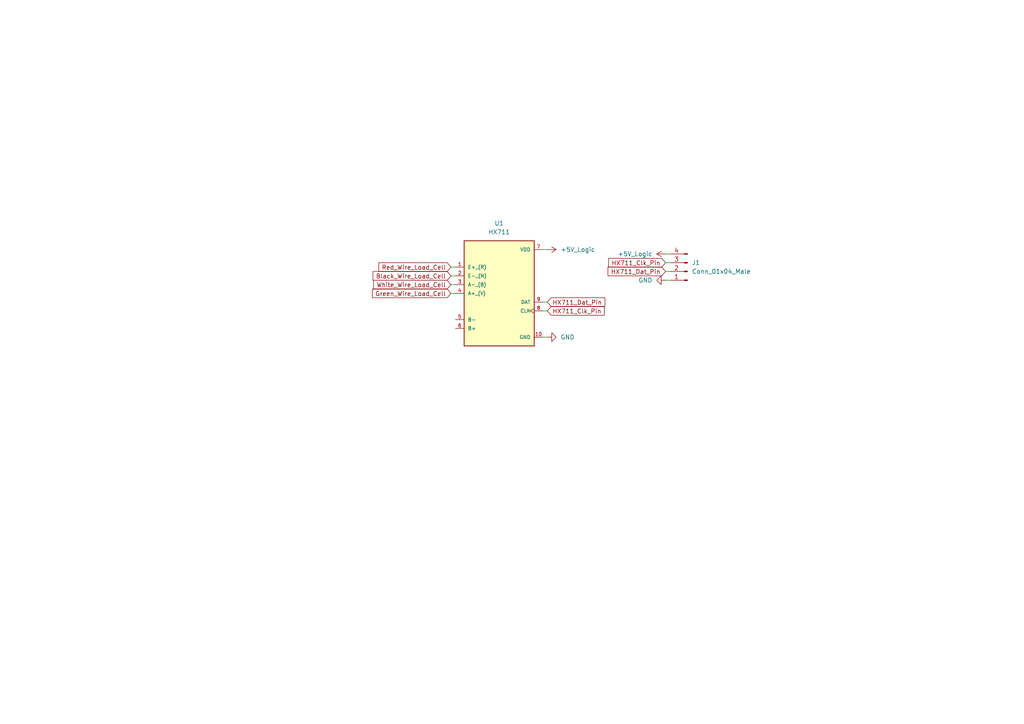
<source format=kicad_sch>
(kicad_sch (version 20231120) (generator "eeschema") (generator_version "8.0")
  (paper "A4")
  (lib_symbols
    (symbol "Connector:Conn_01x04_Male" (pin_names (offset 1.016) hide)
      (property "Reference" "J" (at 0 5.08 0))
      (property "Value" "Conn_01x04_Male" (at 0 -7.62 0))
      (symbol "Conn_01x04_Male_1_1"
        (polyline (pts (xy 1.27 -5.08) (xy 0.8636 -5.08)) (stroke (width 0.1524)))
        (polyline (pts (xy 1.27 -2.54) (xy 0.8636 -2.54)) (stroke (width 0.1524)))
        (polyline (pts (xy 1.27 0) (xy 0.8636 0)) (stroke (width 0.1524)))
        (polyline (pts (xy 1.27 2.54) (xy 0.8636 2.54)) (stroke (width 0.1524)))
        (rectangle (start 0.8636 -4.953) (end 0 -5.207) (stroke (width 0.1524)) (fill (type outline)))
        (rectangle (start 0.8636 -2.413) (end 0 -2.667) (stroke (width 0.1524)) (fill (type outline)))
        (rectangle (start 0.8636 0.127) (end 0 -0.127) (stroke (width 0.1524)) (fill (type outline)))
        (rectangle (start 0.8636 2.667) (end 0 2.413) (stroke (width 0.1524)) (fill (type outline)))
        (pin passive line (at 5.08 2.54 180) (length 3.81) (name "Pin_1") (number "1"))
        (pin passive line (at 5.08 0 180) (length 3.81) (name "Pin_2") (number "2"))
        (pin passive line (at 5.08 -2.54 180) (length 3.81) (name "Pin_3") (number "3"))
        (pin passive line (at 5.08 -5.08 180) (length 3.81) (name "Pin_4") (number "4"))
      )
    )
    (symbol "HX711_module:HX711_module" (pin_names (offset 1.016))
      (property "Reference" "U" (at -10.172 15.8938 0))
      (property "Value" "HX711-Mod" (at -10.1639 -17.7868 0))
      (symbol "HX711_module_0_0"
        (rectangle (start -10.16 15.24) (end 10.16 -15.24) (stroke (width 0.254)) (fill (type background)))
      )
      (symbol "HX711_module_1_0"
        (pin output line (at -12.7 7.62 0) (length 2.54) (name "E+_(R)") (number "1"))
        (pin power_in line (at 12.7 -12.7 180) (length 2.54) (name "GND") (number "10"))
        (pin input line (at -12.7 5.08 0) (length 2.54) (name "E-_(N)") (number "2"))
        (pin input line (at -12.7 2.54 0) (length 2.54) (name "A-_(B)") (number "3"))
        (pin input line (at -12.7 0 0) (length 2.54) (name "A+_(V)") (number "4"))
        (pin input line (at -12.7 -7.62 0) (length 2.54) (name "B-") (number "5"))
        (pin input line (at -12.7 -10.16 0) (length 2.54) (name "B+") (number "6"))
        (pin power_in line (at 12.7 12.7 180) (length 2.54) (name "VDD") (number "7"))
        (pin input clock (at 12.7 -5.08 180) (length 2.54) (name "CLK") (number "8"))
        (pin output line (at 12.7 -2.54 180) (length 2.54) (name "DAT") (number "9"))
      )
    )
    (symbol "power:+3V3" (power) (pin_names (offset 0))
      (property "Value" "+3V3" (at 0 3.556 0))
      (symbol "+3V3_0_1"
        (polyline (pts (xy -0.762 1.27) (xy 0 2.54)))
        (polyline (pts (xy 0 0) (xy 0 2.54)))
        (polyline (pts (xy 0 2.54) (xy 0.762 1.27)))
      )
      (symbol "+3V3_1_1"
        (pin power_in line (at 0 0 90) (length 0) hide (name "+3V3") (number "1"))
      )
    )
    (symbol "power:GND" (power) (pin_names (offset 0))
      (property "Value" "GND" (at 0 -3.81 0))
      (symbol "GND_0_1"
        (polyline (pts (xy 0 0) (xy 0 -1.27) (xy 1.27 -1.27) (xy 0 -2.54) (xy -1.27 -1.27) (xy 0 -1.27)))
      )
      (symbol "GND_1_1"
        (pin power_in line (at 0 0 270) (length 0) hide (name "GND") (number "1"))
      )
    )
  )
  (wire (pts (xy 157.48 97.79) (xy 158.75 97.79)))
  (wire (pts (xy 130.81 85.09) (xy 132.08 85.09)))
  (wire (pts (xy 157.48 90.17) (xy 158.75 90.17)))
  (wire (pts (xy 193.04 78.74) (xy 194.31 78.74)))
  (wire (pts (xy 157.48 87.63) (xy 158.75 87.63)))
  (wire (pts (xy 193.04 73.66) (xy 194.31 73.66)))
  (wire (pts (xy 130.81 82.55) (xy 132.08 82.55)))
  (wire (pts (xy 193.04 76.2) (xy 194.31 76.2)))
  (wire (pts (xy 157.48 72.39) (xy 158.75 72.39)))
  (wire (pts (xy 130.81 80.01) (xy 132.08 80.01)))
  (wire (pts (xy 130.81 77.47) (xy 132.08 77.47)))
  (wire (pts (xy 193.04 81.28) (xy 194.31 81.28)))
  (global_label "HX711_Clk_Pin" (shape input) (at 193.04 76.2 180) (property "Intersheetrefs" "${INTERSHEET_REFS}" (effects (hide yes))))
  (global_label "HX711_Dat_Pin" (shape input) (at 193.04 78.74 180) (property "Intersheetrefs" "${INTERSHEET_REFS}" (effects (hide yes))))
  (global_label "HX711_Clk_Pin" (shape input) (at 158.75 90.17 0) (property "Intersheetrefs" "${INTERSHEET_REFS}" (effects (hide yes))))
  (global_label "White_Wire_Load_Cell" (shape input) (at 130.81 82.55 180) (property "Intersheetrefs" "${INTERSHEET_REFS}" (effects (hide yes))))
  (global_label "Green_Wire_Load_Cell" (shape input) (at 130.81 85.09 180) (property "Intersheetrefs" "${INTERSHEET_REFS}" (effects (hide yes))))
  (global_label "Black_Wire_Load_Cell" (shape input) (at 130.81 80.01 180) (property "Intersheetrefs" "${INTERSHEET_REFS}" (effects (hide yes))))
  (global_label "Red_Wire_Load_Cell" (shape input) (at 130.81 77.47 180) (property "Intersheetrefs" "${INTERSHEET_REFS}" (effects (hide yes))))
  (global_label "HX711_Dat_Pin" (shape input) (at 158.75 87.63 0) (property "Intersheetrefs" "${INTERSHEET_REFS}" (effects (hide yes))))
  (symbol (lib_id "power:GND") (at 193.04 81.28 270) (unit 1)
    (property "Reference" "#PWR4" (effects (hide yes)))
    (property "Value" "GND" (at 189.23 81.2799 90) (effects (justify right)))
    (property "Description" "Power symbol creates a global label with name \"GND\" , ground" (effects (hide yes)))
  )
  (symbol (lib_id "Connector:Conn_01x04_Male") (at 199.39 78.74 180) (unit 1)
    (property "Reference" "J1" (at 200.66 76.1999 0) (effects (justify right)))
    (property "Value" "Conn_01x04_Male" (at 200.66 78.7399 0) (effects (justify right)))
    (property "Footprint" "Connector_PinHeader_2.54mm:PinHeader_1x04_P2.54mm_Vertical" (effects (hide yes)))
    (property "Description" "Generic connector, single row, 01x04, script generated (kicad-library-utils/schlib/autogen/connector/)" (effects (hide yes)))
  )
  (symbol (lib_id "power:+3V3") (at 158.75 72.39 270) (unit 1)
    (property "Reference" "#PWR1" (effects (hide yes)))
    (property "Value" "+5V_Logic" (at 162.56 72.3899 90) (effects (justify left)))
    (property "Description" "Power symbol creates a global label with name \"+3V3\"" (effects (hide yes)))
  )
  (symbol (lib_id "power:+3V3") (at 193.04 73.66 90) (unit 1)
    (property "Reference" "#PWR3" (effects (hide yes)))
    (property "Value" "+5V_Logic" (at 189.23 73.6599 90) (effects (justify left)))
    (property "Description" "Power symbol creates a global label with name \"+3V3\"" (effects (hide yes)))
  )
  (symbol (lib_id "power:GND") (at 158.75 97.79 90) (unit 1)
    (property "Reference" "#PWR2" (effects (hide yes)))
    (property "Value" "GND" (at 162.56 97.7899 90) (effects (justify right)))
    (property "Description" "Power symbol creates a global label with name \"GND\" , ground" (effects (hide yes)))
  )
  (symbol (lib_id "HX711_module:HX711_module") (at 144.78 85.09 0) (unit 1)
    (property "Reference" "U1" (at 144.78 64.77 0))
    (property "Value" "HX711" (at 144.78 67.31 0))
    (property "Footprint" "HX711_mod:HX711_module" (effects (hide yes)))
  )
)
</source>
